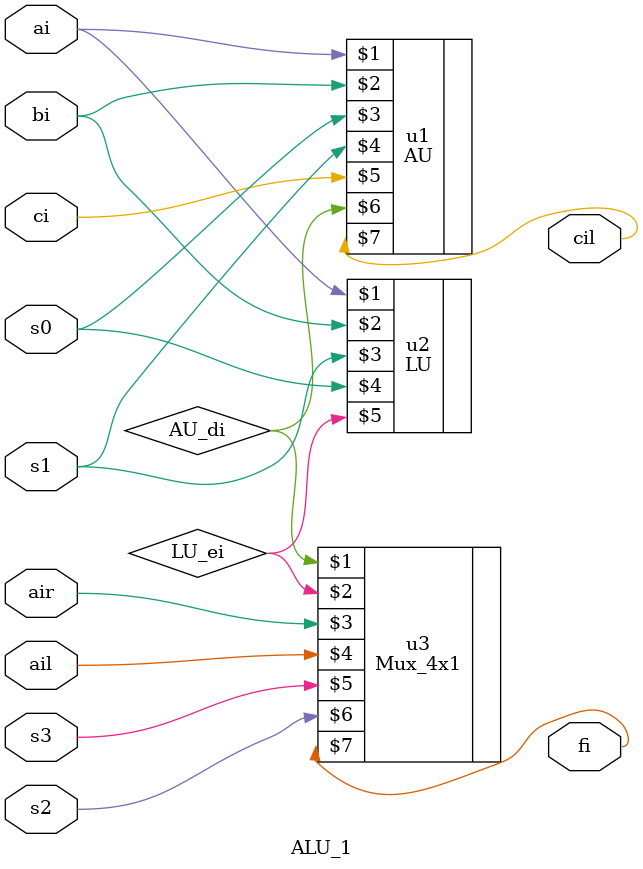
<source format=v>

module ALU_1(ai,air,ail,bi,ci,s0,s1,s2,s3, fi,cil);

	input ai,air,ail,bi,ci,s0,s1,s2,s3;
	output fi,cil;

	wire AU_di,LU_ei;

	AU u1(ai,bi,s0,s1,ci,AU_di,cil);

	LU u2(ai,bi,s1,s0,LU_ei);

	Mux_4x1 u3(AU_di,LU_ei,air,ail,s3,s2,fi);

endmodule

</source>
